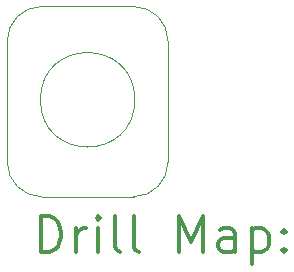
<source format=gbr>
%FSLAX45Y45*%
G04 Gerber Fmt 4.5, Leading zero omitted, Abs format (unit mm)*
G04 Created by KiCad (PCBNEW (5.1.8)-1) date 2021-07-10 07:55:57*
%MOMM*%
%LPD*%
G01*
G04 APERTURE LIST*
%TA.AperFunction,Profile*%
%ADD10C,0.050000*%
%TD*%
%ADD11C,0.200000*%
%ADD12C,0.300000*%
G04 APERTURE END LIST*
D10*
X10680000Y-10530000D02*
G75*
G02*
X10390000Y-10820000I-290000J0D01*
G01*
X9610000Y-10820000D02*
G75*
G02*
X9320000Y-10530000I0J290000D01*
G01*
X10390000Y-9210000D02*
G75*
G02*
X10680000Y-9500000I0J-290000D01*
G01*
X9320000Y-9500000D02*
G75*
G02*
X9610000Y-9210000I290000J0D01*
G01*
X10400000Y-10000000D02*
G75*
G03*
X10400000Y-10000000I-400000J0D01*
G01*
X10390000Y-10820000D02*
X9610000Y-10820000D01*
X10680000Y-9500000D02*
X10680000Y-10530000D01*
X9610000Y-9210000D02*
X10390000Y-9210000D01*
X9320000Y-10530000D02*
X9320000Y-9500000D01*
D11*
D12*
X9603928Y-11288214D02*
X9603928Y-10988214D01*
X9675357Y-10988214D01*
X9718214Y-11002500D01*
X9746786Y-11031072D01*
X9761071Y-11059643D01*
X9775357Y-11116786D01*
X9775357Y-11159643D01*
X9761071Y-11216786D01*
X9746786Y-11245357D01*
X9718214Y-11273929D01*
X9675357Y-11288214D01*
X9603928Y-11288214D01*
X9903928Y-11288214D02*
X9903928Y-11088214D01*
X9903928Y-11145357D02*
X9918214Y-11116786D01*
X9932500Y-11102500D01*
X9961071Y-11088214D01*
X9989643Y-11088214D01*
X10089643Y-11288214D02*
X10089643Y-11088214D01*
X10089643Y-10988214D02*
X10075357Y-11002500D01*
X10089643Y-11016786D01*
X10103928Y-11002500D01*
X10089643Y-10988214D01*
X10089643Y-11016786D01*
X10275357Y-11288214D02*
X10246786Y-11273929D01*
X10232500Y-11245357D01*
X10232500Y-10988214D01*
X10432500Y-11288214D02*
X10403928Y-11273929D01*
X10389643Y-11245357D01*
X10389643Y-10988214D01*
X10775357Y-11288214D02*
X10775357Y-10988214D01*
X10875357Y-11202500D01*
X10975357Y-10988214D01*
X10975357Y-11288214D01*
X11246786Y-11288214D02*
X11246786Y-11131072D01*
X11232500Y-11102500D01*
X11203928Y-11088214D01*
X11146786Y-11088214D01*
X11118214Y-11102500D01*
X11246786Y-11273929D02*
X11218214Y-11288214D01*
X11146786Y-11288214D01*
X11118214Y-11273929D01*
X11103928Y-11245357D01*
X11103928Y-11216786D01*
X11118214Y-11188214D01*
X11146786Y-11173929D01*
X11218214Y-11173929D01*
X11246786Y-11159643D01*
X11389643Y-11088214D02*
X11389643Y-11388214D01*
X11389643Y-11102500D02*
X11418214Y-11088214D01*
X11475357Y-11088214D01*
X11503928Y-11102500D01*
X11518214Y-11116786D01*
X11532500Y-11145357D01*
X11532500Y-11231071D01*
X11518214Y-11259643D01*
X11503928Y-11273929D01*
X11475357Y-11288214D01*
X11418214Y-11288214D01*
X11389643Y-11273929D01*
X11661071Y-11259643D02*
X11675357Y-11273929D01*
X11661071Y-11288214D01*
X11646786Y-11273929D01*
X11661071Y-11259643D01*
X11661071Y-11288214D01*
X11661071Y-11102500D02*
X11675357Y-11116786D01*
X11661071Y-11131072D01*
X11646786Y-11116786D01*
X11661071Y-11102500D01*
X11661071Y-11131072D01*
M02*

</source>
